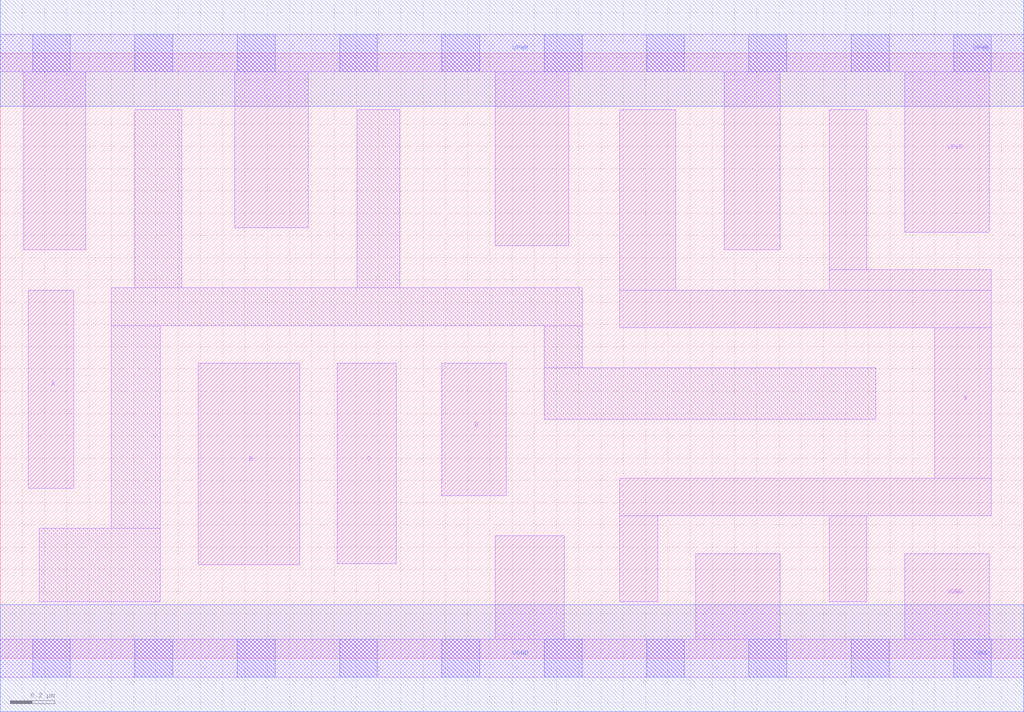
<source format=lef>
# Copyright 2020 The SkyWater PDK Authors
#
# Licensed under the Apache License, Version 2.0 (the "License");
# you may not use this file except in compliance with the License.
# You may obtain a copy of the License at
#
#     https://www.apache.org/licenses/LICENSE-2.0
#
# Unless required by applicable law or agreed to in writing, software
# distributed under the License is distributed on an "AS IS" BASIS,
# WITHOUT WARRANTIES OR CONDITIONS OF ANY KIND, either express or implied.
# See the License for the specific language governing permissions and
# limitations under the License.
#
# SPDX-License-Identifier: Apache-2.0

VERSION 5.7 ;
  NAMESCASESENSITIVE ON ;
  NOWIREEXTENSIONATPIN ON ;
  DIVIDERCHAR "/" ;
  BUSBITCHARS "[]" ;
UNITS
  DATABASE MICRONS 200 ;
END UNITS
PROPERTYDEFINITIONS
  MACRO maskLayoutSubType STRING ;
  MACRO prCellType STRING ;
  MACRO originalViewName STRING ;
END PROPERTYDEFINITIONS
MACRO sky130_fd_sc_hdll__and4_4
  CLASS CORE ;
  FOREIGN sky130_fd_sc_hdll__and4_4 ;
  ORIGIN  0.000000  0.000000 ;
  SIZE  4.600000 BY  2.720000 ;
  SYMMETRY X Y R90 ;
  SITE unithd ;
  PIN A
    ANTENNAGATEAREA  0.277500 ;
    DIRECTION INPUT ;
    USE SIGNAL ;
    PORT
      LAYER li1 ;
        RECT 0.125000 0.765000 0.330000 1.655000 ;
    END
  END A
  PIN B
    ANTENNAGATEAREA  0.277500 ;
    DIRECTION INPUT ;
    USE SIGNAL ;
    PORT
      LAYER li1 ;
        RECT 0.890000 0.420000 1.345000 1.325000 ;
    END
  END B
  PIN C
    ANTENNAGATEAREA  0.277500 ;
    DIRECTION INPUT ;
    USE SIGNAL ;
    PORT
      LAYER li1 ;
        RECT 1.515000 0.425000 1.780000 1.325000 ;
    END
  END C
  PIN D
    ANTENNAGATEAREA  0.277500 ;
    DIRECTION INPUT ;
    USE SIGNAL ;
    PORT
      LAYER li1 ;
        RECT 1.985000 0.730000 2.275000 1.325000 ;
    END
  END D
  PIN VGND
    ANTENNADIFFAREA  0.624000 ;
    DIRECTION INOUT ;
    USE SIGNAL ;
    PORT
      LAYER li1 ;
        RECT 0.000000 -0.085000 4.600000 0.085000 ;
        RECT 2.225000  0.085000 2.535000 0.550000 ;
        RECT 3.125000  0.085000 3.505000 0.470000 ;
        RECT 4.065000  0.085000 4.445000 0.470000 ;
      LAYER mcon ;
        RECT 0.145000 -0.085000 0.315000 0.085000 ;
        RECT 0.605000 -0.085000 0.775000 0.085000 ;
        RECT 1.065000 -0.085000 1.235000 0.085000 ;
        RECT 1.525000 -0.085000 1.695000 0.085000 ;
        RECT 1.985000 -0.085000 2.155000 0.085000 ;
        RECT 2.445000 -0.085000 2.615000 0.085000 ;
        RECT 2.905000 -0.085000 3.075000 0.085000 ;
        RECT 3.365000 -0.085000 3.535000 0.085000 ;
        RECT 3.825000 -0.085000 3.995000 0.085000 ;
        RECT 4.285000 -0.085000 4.455000 0.085000 ;
      LAYER met1 ;
        RECT 0.000000 -0.240000 4.600000 0.240000 ;
    END
  END VGND
  PIN VPWR
    ANTENNADIFFAREA  1.510000 ;
    DIRECTION INOUT ;
    USE SIGNAL ;
    PORT
      LAYER li1 ;
        RECT 0.000000 2.635000 4.600000 2.805000 ;
        RECT 0.105000 1.835000 0.385000 2.635000 ;
        RECT 1.055000 1.935000 1.385000 2.635000 ;
        RECT 2.225000 1.855000 2.555000 2.635000 ;
        RECT 3.255000 1.835000 3.505000 2.635000 ;
        RECT 4.065000 1.915000 4.445000 2.635000 ;
      LAYER mcon ;
        RECT 0.145000 2.635000 0.315000 2.805000 ;
        RECT 0.605000 2.635000 0.775000 2.805000 ;
        RECT 1.065000 2.635000 1.235000 2.805000 ;
        RECT 1.525000 2.635000 1.695000 2.805000 ;
        RECT 1.985000 2.635000 2.155000 2.805000 ;
        RECT 2.445000 2.635000 2.615000 2.805000 ;
        RECT 2.905000 2.635000 3.075000 2.805000 ;
        RECT 3.365000 2.635000 3.535000 2.805000 ;
        RECT 3.825000 2.635000 3.995000 2.805000 ;
        RECT 4.285000 2.635000 4.455000 2.805000 ;
      LAYER met1 ;
        RECT 0.000000 2.480000 4.600000 2.960000 ;
    END
  END VPWR
  PIN X
    ANTENNADIFFAREA  1.028500 ;
    DIRECTION OUTPUT ;
    USE SIGNAL ;
    PORT
      LAYER li1 ;
        RECT 2.785000 0.255000 2.955000 0.640000 ;
        RECT 2.785000 0.640000 4.455000 0.810000 ;
        RECT 2.785000 1.485000 4.455000 1.655000 ;
        RECT 2.785000 1.655000 3.035000 2.465000 ;
        RECT 3.725000 0.255000 3.895000 0.640000 ;
        RECT 3.725000 1.655000 4.455000 1.745000 ;
        RECT 3.725000 1.745000 3.895000 2.465000 ;
        RECT 4.200000 0.810000 4.455000 1.485000 ;
    END
  END X
  OBS
    LAYER li1 ;
      RECT 0.175000 0.255000 0.720000 0.585000 ;
      RECT 0.500000 0.585000 0.720000 1.495000 ;
      RECT 0.500000 1.495000 2.615000 1.665000 ;
      RECT 0.605000 1.665000 0.815000 2.465000 ;
      RECT 1.605000 1.665000 1.795000 2.465000 ;
      RECT 2.445000 1.075000 3.935000 1.305000 ;
      RECT 2.445000 1.305000 2.615000 1.495000 ;
  END
  PROPERTY maskLayoutSubType "abstract" ;
  PROPERTY prCellType "standard" ;
  PROPERTY originalViewName "layout" ;
END sky130_fd_sc_hdll__and4_4

</source>
